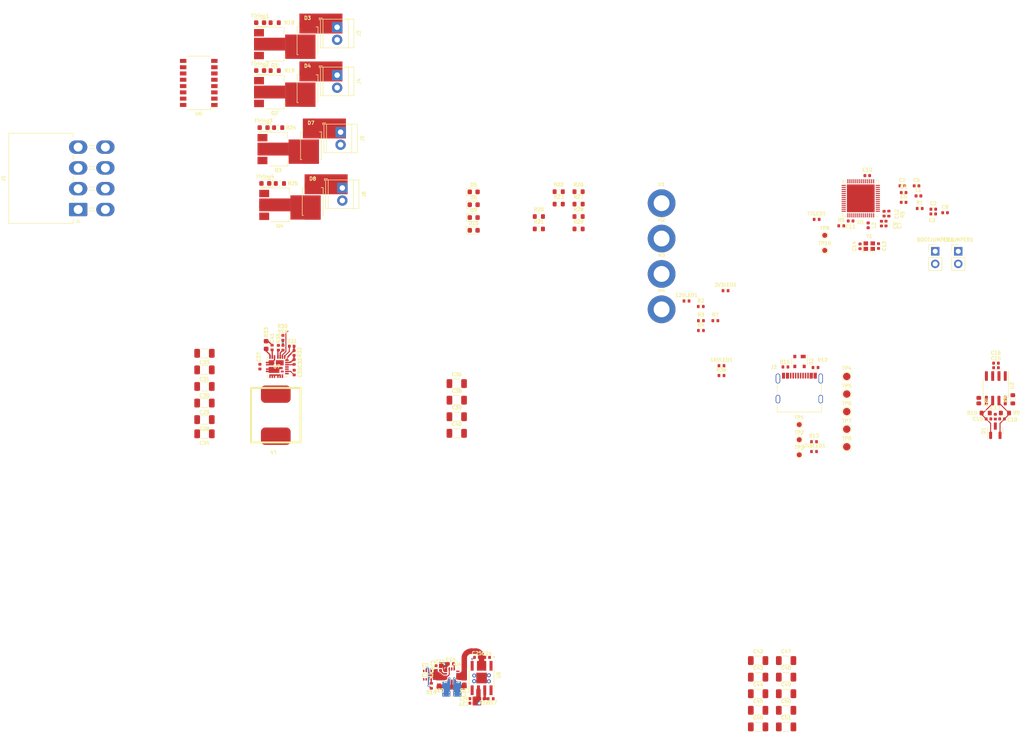
<source format=kicad_pcb>
(kicad_pcb (version 20221018) (generator pcbnew)
  (layers (0 "F.Cu" signal) (1 "In1.Cu" signal) (2 "In2.Cu" signal) (31 "B.Cu" signal) (34 "B.Paste" user) (35 "F.Paste" user) (36 "B.SilkS" user "B.Silkscreen") (37 "F.SilkS" user "F.Silkscreen") (38 "B.Mask" user) (39 "F.Mask" user) (44 "Edge.Cuts" user))
  (net 0 "")
  (net 1 "Net-(3V3LED1-A)")
  (net 2 "Net-(12VLED1-A)")
  (net 3 "VBUS")
  (net 4 "/Data+")
  (net 5 "/Data-")
  (net 6 "/CHIP_PU")
  (net 7 "GND")
  (net 8 "/CAN_RX")
  (net 9 "Net-(C6-Pad1)")
  (net 10 "Net-(C12-Pad1)")
  (net 11 "Net-(U1-LNA_IN{slash}RF)")
  (net 12 "Net-(U1-XTAL_N)")
  (net 13 "Net-(C14-Pad1)")
  (net 14 "Net-(JP1-B)")
  (net 15 "/CAN+")
  (net 16 "/CAN-")
  (net 17 "/Power/BBIN")
  (net 18 "/Power/BIAS")
  (net 19 "+3V3")
  (net 20 "/Power/BBOUT")
  (net 21 "+12V")
  (net 22 "/buckC/VDD")
  (net 23 "Net-(U7-V_DRV)")
  (net 24 "/buckC/BOOT")
  (net 25 "Net-(C41-Pad2)")
  (net 26 "Net-(J3-Pin_1)")
  (net 27 "Net-(D3-K)")
  (net 28 "Net-(J4-Pin_1)")
  (net 29 "Net-(D4-K)")
  (net 30 "Net-(D5-A)")
  (net 31 "Net-(D6-A)")
  (net 32 "Net-(J5-Pin_1)")
  (net 33 "Net-(D7-K)")
  (net 34 "Net-(J6-Pin_1)")
  (net 35 "Net-(D8-K)")
  (net 36 "Net-(D9-A)")
  (net 37 "Net-(D10-A)")
  (net 38 "Net-(Firing1-K)")
  (net 39 "Net-(Firing2-K)")
  (net 40 "Net-(Firing3-K)")
  (net 41 "/CAN_TX")
  (net 42 "/BOOT")
  (net 43 "Net-(Firing4-K)")
  (net 44 "RBUS_uC_V")
  (net 45 "Net-(J2-CC1)")
  (net 47 "Net-(J2-CC2)")
  (net 49 "/CAN-BUS/Vref")
  (net 50 "Net-(U1-XTAL_P)")
  (net 51 "/Power/LX1")
  (net 52 "/Power/LX2")
  (net 53 "/buckC/SW")
  (net 54 "Net-(TXLED1-A)")
  (net 55 "Net-(U1-U0TXD{slash}PROG{slash}GPIO43)")
  (net 56 "Net-(U2-Rs)")
  (net 57 "Net-(USBLED1-A)")
  (net 58 "/TXD")
  (net 59 "/RXD")
  (net 60 "Net-(U3-ST)")
  (net 61 "/Power/SEL")
  (net 62 "/Power/FBIn")
  (net 63 "Net-(R22-Pad1)")
  (net 64 "Net-(R23-Pad1)")
  (net 65 "Net-(R28-Pad1)")
  (net 66 "Net-(R29-Pad1)")
  (net 67 "/buckC/PGOOD")
  (net 68 "/buckC/FB")
  (net 69 "/buckC/PHASE")
  (net 70 "Net-(U7-MODE_2)")
  (net 71 "Net-(U7-_MODE_1)")
  (net 87 "/Nuke 1")
  (net 88 "/Nuke 3")
  (net 90 "/Cont 3")
  (net 92 "/Cont 1")
  (net 93 "/Cont 2")
  (net 94 "/Cont 4")
  (net 95 "/Nuke 4")
  (net 96 "/Nuke 2")
  (net 128 "/DeployV")
  (net 129 "Net-(16VLED1-A)")
  (footprint "Capacitor_SMD:C_0603_1608Metric" (layer "F.Cu") (at 128.183377 155.221856 -90)
    (fp_text reference "C21")
    (fp_text value "10uF")
  )
  (footprint "Connector_PinHeader_2.54mm:PinHeader_1x02_P2.54mm_Vertical" (layer "F.Cu") (at 228.33 68.245)
    (fp_text reference "BOOTJUMPER1")
    (fp_text value "Conn_01x02_Male")
  )
  (footprint "Resistor_SMD:R_0603_1608Metric" (layer "F.Cu") (at 96.03 54.54)
    (fp_text reference "R25")
    (fp_text value "120")
  )
  (footprint "Capacitor_SMD:C_0402_1005Metric" (layer "F.Cu") (at 95.725 87.72635 90)
    (fp_text reference "R35")
    (fp_text value "100k")
  )
  (footprint "LED_SMD:LED_0603_1608Metric" (layer "F.Cu") (at 135.15 61.42)
    (fp_text reference "D9")
    (fp_text value "Continuity")
  )
  (footprint "Resistor_SMD:R_0402_1005Metric" (layer "F.Cu") (at 203.86 106.71)
    (fp_text reference "R13")
    (fp_text value "470")
  )
  (footprint "Package_TO_SOT_SMD:TO-277B" (layer "F.Cu") (at 101.61 35.395)
    (fp_text reference "D4")
    (fp_text value "DST1550S")
  )
  (footprint "Capacitor_SMD:C_0402_1005Metric" (layer "F.Cu") (at 218.39 62.64 -90)
    (fp_text reference "C7")
    (fp_text value "1uF")
  )
  (footprint "Capacitor_SMD:C_0402_1005Metric" (layer "F.Cu") (at 221.95 58.35)
    (fp_text reference "C5")
    (fp_text value "0.1uF")
  )
  (footprint "Resistor_SMD:R_0402_1005Metric" (layer "F.Cu") (at 181.03 84.25)
    (fp_text reference "R4")
    (fp_text value "470")
  )
  (footprint "Resistor_SMD:R_0402_1005Metric" (layer "F.Cu") (at 209.36 63.1)
    (fp_text reference "R6")
    (fp_text value "499")
  )
  (footprint "Resistor_SMD:R_0402_1005Metric" (layer "F.Cu") (at 126.599 156.026 90)
    (fp_text reference "R14")
    (fp_text value "10k")
  )
  (footprint "Capacitor_SMD:C_1206_3216Metric" (layer "F.Cu") (at 80.8 92.2 180)
    (fp_text reference "C31")
    (fp_text value "47uF")
  )
  (footprint "Capacitor_SMD:C_0402_1005Metric" (layer "F.Cu") (at 218.01 60.64 90)
    (fp_text reference "C12")
    (fp_text value "4.2pF")
  )
  (footprint "Capacitor_SMD:C_1206_3216Metric" (layer "F.Cu") (at 192.575 150.925)
    (fp_text reference "C42")
    (fp_text value "DNP")
  )
  (footprint "Capacitor_SMD:C_0402_1005Metric" (layer "F.Cu") (at 96.635 85.71635 90)
    (fp_text reference "R30")
    (fp_text value "10k")
  )
  (footprint "Resistor_SMD:R_0402_1005Metric" (layer "F.Cu") (at 225.2 59.6)
    (fp_text reference "R1")
    (fp_text value "10K")
  )
  (footprint "Capacitor_SMD:C_0402_1005Metric" (layer "F.Cu") (at 240.598159 90.838788)
    (fp_text reference "C16")
    (fp_text value "10uF")
  )
  (footprint "Capacitor_SMD:C_0402_1005Metric" (layer "F.Cu") (at 98.415 87.41635 180)
    (fp_text reference "R31")
    (fp_text value "190k")
  )
  (footprint "Crystal:Crystal_SMD_2016-4Pin_2.0x1.6mm" (layer "F.Cu") (at 215.02 67.2)
    (fp_text reference "Y1")
    (fp_text value "40MHz±10ppm")
  )
  (footprint "Capacitor_SMD:C_1206_3216Metric" (layer "F.Cu") (at 80.8 95.55 180)
    (fp_text reference "C30")
    (fp_text value "47uF")
  )
  (footprint "Capacitor_SMD:C_1206_3216Metric" (layer "F.Cu") (at 80.8 88.85 180)
    (fp_text reference "C33")
    (fp_text value "47uF")
  )
  (footprint "TerminalBlock_TE-Connectivity:TerminalBlock_TE_282834-2_1x02_P2.54mm_Horizontal" (layer "F.Cu") (at 107.59 32.655 -90)
    (fp_text reference "J4")
    (fp_text value "Conn_01x02_Male")
  )
  (footprint "Capacitor_SMD:C_1206_3216Metric" (layer "F.Cu") (at 198.225 157.625)
    (fp_text reference "C49")
    (fp_text value "DNP")
  )
  (footprint "TerminalBlock_TE-Connectivity:TerminalBlock_TE_282834-2_1x02_P2.54mm_Horizontal" (layer "F.Cu") (at 108.285 44.175 -90)
    (fp_text reference "J5")
    (fp_text value "Conn_01x02_Male")
  )
  (footprint "Resistor_SMD:R_0603_1608Metric" (layer "F.Cu") (at 152.32 58.71)
    (fp_text reference "R23")
    (fp_text value "10k")
  )
  (footprint "Inductor_SMD:L_0402_1005Metric" (layer "F.Cu") (at 224.945 57.06)
    (fp_text reference "L1")
    (fp_text value "2.0nH")
  )
  (footprint "Capacitor_SMD:C_0402_1005Metric" (layer "F.Cu") (at 128.459 152.444 90)
    (fp_text reference "C22")
    (fp_text value "1uF")
  )
  (footprint "MountingHole:MountingHole_3.2mm_M3_DIN965_Pad" (layer "F.Cu") (at 173.09 65.67)
    (fp_text reference "H2")
    (fp_text value "MountingHole_Pad")
  )
  (footprint "Resistor_SMD:R_0603_1608Metric" (layer "F.Cu") (at 156.33 58.71)
    (fp_text reference "R27")
    (fp_text value "120")
  )
  (footprint "Inductor_SMD:L_0805_2012Metric" (layer "F.Cu") (at 130.726566 157.601961)
    (fp_text reference "L3")
    (fp_text value "1uH")
  )
  (footprint "Resistor_SMD:R_0402_1005Metric" (layer "F.Cu") (at 218.97 60.63 90)
    (fp_text reference "R5")
    (fp_text value "47.5")
  )
  (footprint "Capacitor_SMD:C_1206_3216Metric" (layer "F.Cu") (at 192.575 154.275)
    (fp_text reference "C43")
    (fp_text value "DNP")
  )
  (footprint "LED_SMD:LED_0603_1608Metric" (layer "F.Cu") (at 135.15 64.01)
    (fp_text reference "D10")
    (fp_text value "Continuity")
  )
  (footprint "Resistor_SMD:R_0402_1005Metric" (layer "F.Cu") (at 136.726285 158.634)
    (fp_text reference "R16")
    (fp_text value "56k")
  )
  (footprint "LED_SMD:LED_0603_1608Metric" (layer "F.Cu") (at 92.045 31.735 180)
    (fp_text reference "Firing2")
    (fp_text value "D531")
  )
  (footprint "Capacitor_SMD:C_0402_1005Metric" (layer "F.Cu") (at 94.45 87.68635 90)
    (fp_text reference "C41")
    (fp_text value "0.1uF")
  )
  (footprint "Capacitor_SMD:C_1206_3216Metric" (layer "F.Cu") (at 198.225 164.325)
    (fp_text reference "C51")
    (fp_text value "DNP")
  )
  (footprint "LED_SMD:LED_0603_1608Metric" (layer "F.Cu") (at 92.04 22.055 180)
    (fp_text reference "Firing1")
    (fp_text value "D511")
  )
  (footprint "Package_DFN_QFN:QFN-56-1EP_7x7mm_P0.4mm_EP5.6x5.6mm" (layer "F.Cu") (at 213.3 57.54 180)
    (fp_text reference "U1")
    (fp_text value "ESP32-S3")
  )
  (footprint "Package_TO_SOT_SMD:SOT-223" (layer "F.Cu") (at 96.01 58.87)
    (fp_text reference "Q4")
    (fp_text value "NCV8403")
  )
  (footprint "Resistor_SMD:R_0603_1608Metric" (layer "F.Cu") (at 148.31 61.22)
    (fp_text reference "R20")
    (fp_text value "120")
  )
  (footprint "Capacitor_SMD:C_0402_1005Metric" (layer "F.Cu") (at 227.94 59.74)
    (fp_text reference "C2")
    (fp_text value "1uF")
  )
  (footprint "Resistor_SMD:R_0603_1608Metric" (layer "F.Cu") (at 95.68 43.265)
    (fp_text reference "R24")
    (fp_text value "120")
  )
  (footprint "MountingHole:MountingHole_3.2mm_M3_DIN965_Pad" (layer "F.Cu") (at 173.09 58.52)
    (fp_text reference "H1")
    (fp_text value "MountingHole_Pad")
  )
  (footprint "Capacitor_SMD:C_1206_3216Metric" (layer "F.Cu") (at 80.805 105.12 180)
    (fp_text reference "C34")
    (fp_text value "47uF")
  )
  (footprint "Capacitor_SMD:C_0402_1005Metric" (layer "F.Cu") (at 137.878508 150.287814)
    (fp_text reference "C24")
    (fp_text value "10uF")
  )
  (footprint "LED_SMD:LED_0603_1608Metric" (layer "F.Cu") (at 92.74 43.255 180)
    (fp_text reference "Firing3")
    (fp_text value "D521")
  )
  (footprint "Capacitor_SMD:C_0402_1005Metric" (layer "F.Cu") (at 227.93 60.7)
    (fp_text reference "C3")
    (fp_text value "0.1uF")
  )
  (footprint "Capacitor_SMD:C_0402_1005Metric" (layer "F.Cu") (at 221.95 56.38)
    (fp_text reference "C4")
    (fp_text value "1uF")
  )
  (footprint "Capacitor_SMD:C_0402_1005Metric" (layer "F.Cu") (at 98.915 92.74635 -90)
    (fp_text reference "C35")
    (fp_text value "4.7uF")
  )
  (footprint "Resistor_SMD:R_0603_1608Metric" (layer "F.Cu") (at 152.32 56.2)
    (fp_text reference "R22")
    (fp_text value "10k")
  )
  (footprint "Inductor_SMD:L_0402_1005Metric" (layer "F.Cu") (at 214.79 63 -90)
    (fp_text reference "L2")
    (fp_text value "20nH")
  )
  (footprint "Resistor_SMD:R_0402_1005Metric" (layer "F.Cu") (at 198.09 91.61 180)
    (fp_text reference "R11")
    (fp_text value "5.1k")
  )
  (footprint "Capacitor_SMD:C_1206_3216Metric" (layer "F.Cu") (at 80.8 98.9 180)
    (fp_text reference "C29")
    (fp_text value "47uF")
  )
  (footprint "Resistor_SMD:R_0402_1005Metric" (layer "F.Cu") (at 130.539 151.584 180)
    (fp_text reference "R15")
    (fp_text value "14k")
  )
  (footprint "Resistor_SMD:R_0402_1005Metric" (layer "F.Cu") (at 185.18 93.34)
    (fp_text reference "R36")
    (fp_text value "3k")
  )
  (footprint "Resistor_SMD:R_0402_1005Metric" (layer "F.Cu") (at 204.4 61.8)
    (fp_text reference "TXLED1")
    (fp_text value "TX_LED")
  )
  (footprint "Capacitor_SMD:C_1206_3216Metric" (layer "F.Cu") (at 192.575 157.625)
    (fp_text reference "C44")
    (fp_text value "DNP")
  )
  (footprint "Resistor_SMD:R_0603_1608Metric" (layer "F.Cu") (at 156.33 61.22)
    (fp_text reference "R28")
    (fp_text value "10k")
  )
  (footprint "iclr:SmallerSolderJP" (layer "F.Cu") (at 237.125 98.685 -90)
    (fp_text reference "JP1")
    (fp_text value "TermJP")
  )
  (footprint "Capacitor_SMD:C_1206_3216Metric" (layer "F.Cu") (at 192.575 160.975)
    (fp_text reference "C45")
    (fp_text value "DNP")
  )
  (footprint "Package_TO_SOT_SMD:SOT-223" (layer "F.Cu") (at 95.66 47.595)
    (fp_text reference "Q3")
    (fp_text value "NCV8403")
  )
  (footprint "Resistor_SMD:R_0603_1608Metric" (layer "F.Cu") (at 94.985 31.745)
    (fp_text reference "R19")
    (fp_text value "120")
  )
  (footprint "TestPoint:TestPoint_Pad_D1.0mm" (layer "F.Cu") (at 206.03 68.07)
    (fp_text reference "TP10")
    (fp_text value "TestPoint")
  )
  (footprint "TerminalBlock_TE-Connectivity:TerminalBlock_TE_282834-2_1x02_P2.54mm_Horizontal" (layer "F.Cu") (at 108.635 55.45 -90)
    (fp_text reference "J6")
    (fp_text value "Conn_01x02_Male")
  )
  (footprint "Capacitor_SMD:C_0402_1005Metric" (layer "F.Cu") (at 221.69 55.02)
    (fp_text reference "C1")
    (fp_text value "10uF")
  )
  (footprint "Capacitor_SMD:C_0603_1608Metric" (layer "F.Cu") (at 133.254 155.034 -90)
    (fp_text reference "C23")
    (fp_text value "22uF")
  )
  (footprint "Capacitor_SMD:C_0402_1005Metric" (layer "F.Cu") (at 134.879 159.544)
    (fp_text reference "C27")
    (fp_text value "0.1uF")
  )
  (footprint "Resistor_SMD:R_0402_1005Metric" (layer "F.Cu") (at 138.586285 158.634)
    (fp_text reference "R17")
    (fp_text value "10k")
  )
  (footprint "Capacitor_SMD:C_1206_3216Metric" (layer "F.Cu") (at 80.8 102.25 180)
    (fp_text reference "C28")
    (fp_text value "47uF")
  )
  (footprint "MountingHole:MountingHole_3.2mm_M3_DIN965_Pad" (layer "F.Cu") (at 173.09 72.82)
    (fp_text reference "H3")
    (fp_text value "MountingHole_Pad")
  )
  (footprint "Resistor_SMD:R_0402_1005Metric" (layer "F.Cu") (at 183.94 82.26)
    (fp_text reference "R7")
    (fp_text value "3k")
  )
  (footprint "Capacitor_SMD:C_0402_1005Metric" (layer "F.Cu") (at 230.32 60.45)
    (fp_text reference "C8")
    (fp_text value "0.1uF")
  )
  (footprint "Package_TO_SOT_SMD:TO-277B" (layer "F.Cu") (at 102.655 58.19)
    (fp_text reference "D8")
    (fp_text value "DST1550S")
  )
  (footprint "iclr:SiC437BEDT1GE3" (layer "F.Cu") (at 95.469 91.60035)
    (fp_text reference "U7")
    (fp_text value "SiC431" hide)
  )
  (footprint "Capacitor_SMD:C_0402_1005Metric" (layer "F.Cu") (at 240.459659 101.655 -90)
    (fp_text reference "C17")
    (fp_text value "47nF")
  )
  (footprint "Package_TO_SOT_SMD:TO-277B" (layer "F.Cu") (at 102.305 46.915)
    (fp_text reference "D7")
    (fp_text value "DST1550S")
  )
  (footprint "Capacitor_SMD:C_1206_3216Metric" (layer "F.Cu") (at 198.225 154.275)
    (fp_text reference "C48")
    (fp_text value "DNP")
  )
  (footprint "Package_TO_SOT_SMD:SOT-143" (layer "F.Cu") (at 200.93 90.5 -90)
    (fp_text reference "D2")
    (fp_text value "SP0503BAHT")
  )
  (footprint "Capacitor_SMD:C_1206_3216Metric" (layer "F.Cu") (at 131.73 101.67)
    (fp_text reference "C39")
    (fp_text value "47uF")
  )
  (footprint "Resistor_SMD:R_0402_1005Metric" (layer "F.Cu") (at 181 79.4)
    (fp_text reference "R2")
    (fp_text value "470")
  )
  (footprint "Resistor_SMD:R_0603_1608Metric" (layer "F.Cu") (at 242.409659 100.915 180)
    (fp_text reference "R9")
    (fp_text value "60")
  )
  (footprint "Capacitor_SMD:C_0402_1005Metric" (layer "F.Cu") (at 211.25 62.12 180)
    (fp_text reference "C11")
    (fp_text value "0.1uF")
  )
  (footprint "Resistor_SMD:R_0603_1608Metric" (layer "F.Cu") (at 243.995 98.145 90)
    (fp_text reference "R8")
    (fp_text value "0")
  )
  (footprint "Resistor_SMD:R_0603_1608Metric" (layer "F.Cu") (at 156.33 56.2)
    (fp_text reference "R26")
    (fp_text value "120")
  )
  (footprint "Capacitor_SMD:C_1206_3216Metric" (layer "F.Cu") (at 131.73 98.32)
    (fp_text reference "C38")
    (fp_text value "47uF")
  )
  (footprint "LED_SMD:LED_0603_1608Metric" (layer "F.Cu") (at 135.15 58.83)
    (fp_text reference "D6")
    (fp_text value "Continuity")
  )
  (footprint "Resistor_SMD:R_0402_1005Metric" (layer "F.Cu") (at 204.16 91.72 180)
    (fp_text reference "R12")
    (fp_text value "5.1k")
  )
  (footprint "Package_SO:SOP-16_4.4x10.4mm_P1.27mm" (layer "F.Cu") (at 79.65 34.23 180)
    (fp_text reference "U6")
    (fp_text value "LTV-247")
  )
  (footprint "Resistor_SMD:R_0603_1608Metric" (layer "F.Cu") (at 238.519659 100.915 180)
    (fp_text reference "R10")
    (fp_text value "60")
  )
  (footprint "TestPoint:TestPoint_Pad_D1.5mm" (layer "F.Cu") (at 210.47 93.53)
    (fp_text reference "TP4")
    (fp_text value "TestPoint")
  )
  (footprint "Capacitor_SMD:C_0402_1005Metric" (layer "F.Cu") (at 214.61 52.95)
    (fp_text reference "C10")
    (fp_text value "0.1uF")
  )
  (footprint "iclr:SOIC127P599X175-9N" (layer "F.Cu") (at 136.748508 154.452814 -90)
    (fp_text reference "U5")
    (fp_text value "SC4215")
  )
  (footprint "Resistor_SMD:R_0402_1005Metric" (layer "F.Cu") (at 185.18 91.35)
    (fp_text reference "16VLED1")
    (fp_text value "16V_LED")
  )
  (footprint "Package_TO_SOT_SMD:SOT-23" (layer "F.Cu") (at 240.465 104.488529 90)
    (fp_text reference "D1")
    (fp_text value "SM712_SOT23")
  )
  (footprint "Capacitor_SMD:C_0402_1005Metric" (layer "F.Cu") (at 216.88 67.18 -90)
    (fp_text reference "C13")
    (fp_text value "C")
  )
  (footprint "Capacitor_SMD:C_0402_1005Metric" (layer "F.Cu") (at 224.56 55.02)
    (fp_text reference "C6")
    (fp_text value "0.1uF")
  )
  (footprint "Capacitor_SMD:C_0402_1005Metric" (layer "F.Cu") (at 213.15 67.24 90)
    (fp_text reference "C14")
    (fp_text value "C")
  )
  (footprint "Package_SO:SOIC-8_3.9x4.9mm_P1.27mm" (layer "F.Cu") (at 240.565 95.925 -90)
    (fp_text reference "U2")
    (fp_text value "SN65HVD230")
  )
  (footprint "Resistor_SMD:R_0603_1608Metric" (layer "F.Cu") (at 156.33 63.73)
    (fp_text reference "R29")
    (fp_text value "10k")
  )
  (footprint "iclr:SOTFL50P160X60-8N" (layer "F.Cu") (at 125.819 153.876 -90)
    (fp_text reference "U3")
    (fp_text value "LM66200DRLR" hide)
  )
  (footprint "Capacitor_SMD:C_0402_1005Metric" (layer "F.Cu") (at 134.879 158.624)
    (fp_text reference "C26")
    (fp_text value "10uF")
  )
  (footprint "Capacitor_SMD:C_0402_1005Metric" (layer "F.Cu") (at 96.648913 87.730433 90)
    (fp_text reference "R34")
    (fp_text value "200k")
  )
  (footprint "Capacitor_SMD:C_1206_3216Metric" (layer "F.Cu") (at 131.73 94.97)
    (fp_text reference "C36")
    (fp_text value "47uF")
  )
  (footprint "Resistor_SMD:R_0402_1005Metric" (layer "F.Cu") (at 203.86 108.7)
    (fp_text reference "USBLED1")
    (fp_text value "USB_LED")
  )
  (footprint "LED_SMD:LED_0603_1608Metric" (layer "F.Cu") (at 135.15 56.24)
    (fp_text reference "D5")
    (fp_text value "Continuity")
  )
  (footprint "Capacitor_SMD:C_0402_1005Metric" (layer "F.Cu") (at 241.829659 102.105)
    (fp_text reference "C18")
    (fp_text value "220pF")
  )
  (footprint "Resistor_SMD:R_0402_1005Metric" (layer "F.Cu") (at 178.12 78.28)
    (fp_text reference "12VLED1")
    (fp_text value "12V_LED")
  )
  (footprint "iclr:MGAH1004R68M-10" (layer "F.Cu") (at 100.2 106.85635 180)
    (fp_text reference "L4")
    (fp_text value "680nH")
  )
  (footprint "Resistor_SMD:R_0402_1005Metric" (layer "F.Cu") (at 186 76.2)
    (fp_text reference "3V3LED1")
    (fp_text value "3V3LED")
  )
  (footprint "Connector_USB:USB_C_Receptacle_Palconn_UTC16-G" (layer "F.Cu") (at 200.9 95.87)
    (fp_text reference "J2")
    (fp_text value "USB_C_Receptacle_USB2.0")
  )
  (footprint "TestPoint:TestPoint_Pad_D1.0mm" (layer "F.Cu") (at 200.88 106.31)
    (fp_text reference "TP2")
    (fp_text value "TestPoint")
  )
  (footprint "Connector_Molex:Molex_Mini-Fit_Jr_5569-08A2_2x04_P4.20mm_Horizontal" (layer "F.Cu") (at 55.3 59.8 90)
    (fp_text reference "J1")
    (fp_text value "RBUS")
  )
  (footprint "Resistor_SMD:R_0402_1005Metric" (layer "F.Cu") (at 181.03 82.26)
    (fp_text reference "R3")
    (fp_text value "10K")
  )
  (footprint "Capacitor_SMD:C_0402_1005Metric" (layer "F.Cu") (at 239.084977 102.105787 180)
    (fp_text reference "C19")
    (fp_text value "220pF")
  )
  (footprint "Capacitor_SMD:C_0402_1005Metric" (layer "F.Cu") (at 98.885 88.78635 90)
    (fp_text reference "R32")
    (fp_text value "10k")
  )
  (footprint "TestPoint:TestPoint_Pad_D1.5mm" (layer "F.Cu") (at 210.47 107.73)
    (fp_text reference "TP8")
    (fp_text value "TestPoint")
  )
  (footprint "Capacitor_SMD:C_0603_1608Metric" (layer "F.Cu") (at 93.25 87.18135 90)
    (fp_text reference "R33")
    (fp_text value "2.2")
  )
  (footprint "Resistor_SMD:R_0603_1608Metric" (layer "F.Cu") (at 94.98 22.065)
    (fp_text reference "R18")
    (fp_text value "120")
  )
  (footprint "Capacitor_SMD:C_1206_3216Metric" (layer "F.Cu") (at 198.225 160.975)
    (fp_text reference "C50")
    (fp_text value "DNP")
  )
  (footprint "Capacitor_SMD:C_0402_1005Metric" (layer "F.Cu") (at 98.9 90.60635 -90)
    (fp_text reference "C32")
    (fp_text value "1uF")
  )
  (footprint "Resistor_SMD:R_0603_1608Metric" (layer "F.Cu") (at 148.31 63.73)
    (fp_text reference "R21")
    (fp_text value "120")
  )
  (footprint "TestPoint:TestPoint_Pad_D1.5mm" (layer "F.Cu") (at 210.47 104.18)
    (fp_text reference "TP7")
    (fp_text value "TestPoint")
  )
  (footprint "TestPoint:TestPoint_Pad_D1.0mm" (layer "F.Cu") (at 200.88 103.26)
    (fp_text reference "TP1")
    (fp_text value "TestPoint")
  )
  (footprint "Package_TO_SOT_SMD:TO-277B" (layer "F.Cu") (at 101.605 25.715)
    (fp_text reference "D3")
    (fp_text value "DST1550S")
  )
  (footprint "TestPoint:TestPoint_Pad_D1.5mm" (layer "F.Cu") (at 210.47 100.63)
    (fp_text reference "TP6")
    (fp_text value "TestPoint")
  )
  (footprint "Capacitor_SMD:C_0402_1005Metric" (layer "F.Cu") (at 135.799 150.284 180)
    (fp_text reference "C25")
    (fp_text value "4.7uF")
  )
  (footprint "MountingHole:MountingHole_3.2mm_M3_DIN965_Pad" (layer "F.Cu") (at 173.09 79.97)
    (fp_text reference "H4")
    (fp_text value "MountingHole_Pad")
  )
  (footprint "Capacitor_SMD:C_1206_3216Metric" (layer "F.Cu") (at 198.225 150.925)
    (fp_text reference "C47")
    (fp_text value "DNP")
  )
  (footprint "TestPoint:TestPoint_Pad_D1.5mm" (layer "F.Cu") (at 210.47 97.08)
    (fp_text reference "TP5")
    (fp_text value "TestPoint")
  )
  (footprint "LED_SMD:LED_0603_1608Metric" (layer "F.Cu") (at 93.09 54.53 180)
    (fp_text reference "Firing4")
    (fp_text value "D541")
  )
  (footprint "Capacitor_SMD:C_0402_1005Metric" (layer "F.Cu") (at 91.995 91.54635 -90)
    (fp_text reference "C37")
    (fp_text value "100nF")
  )
  (footprint "Capacitor_SMD:C_0402_1005Metric" (layer "F.Cu") (at 217.47 62.65 -90)
    (fp_text reference "C9")
    (fp_text value "10nF")
  )
  (footprint "TestPoint:TestPoint_Pad_D1.0mm" (layer "F.Cu") (at 206.03 65.02)
    (fp_text reference "TP9")
    (fp_text value "TestPoint")
  )
  (footprint "Connector_PinHeader_2.54mm:PinHeader_1x02_P2.54mm_Vertical" (layer "F.Cu") (at 232.98 68.245)
    (fp_text reference "ENJUMPER1")
    (fp_text value "Conn_01x02_Male")
  )
  (footprint "Capacitor_SMD:C_0402_1005Metric" (layer "F.Cu") (at 240.601812 91.762981)
    (fp_text reference "C15")
    (fp_text value "100nF")
  )
  (footprint "iclr:CONV_MAX77827AEFD+T" (layer "F.Cu") (at 130.721926 153.854 -90)
    (fp_text reference "U4")
    (fp_text value "MAX77827AEFD+T")
  )
  (footprint "Package_TO_SOT_SMD:SOT-223" (layer "F.Cu") (at 94.965 36.075)
    (fp_text reference "Q2")
    (fp_text value "NCV8403")
  )
  (footprint "TestPoint:TestPoint_Pad_D1.0mm" (layer "F.Cu") (at 200.88 109.36)
    (fp_text reference "TP3")
    (fp_text value "TestPoint")
  )
  (footprint "Capacitor_SMD:C_1206_3216Metric" (layer "F.Cu") (at 192.575 164.325)
    (fp_text reference "C46")
    (fp_text value "DNP")
  )
  (footprint "TerminalBlock_TE-Connectivity:TerminalBlock_TE_282834-2_1x02_P2.54mm_Horizontal" (layer "F.Cu") (at 107.585 22.975 -90)
    (fp_text reference "J3")
    (fp_text value "Conn_01x02_Male")
  )
  (footprint "Capacitor_SMD:C_1206_3216Metric" (layer "F.Cu") (at 131.73 105.02)
    (fp_text reference "C40")
    (fp_text value "47uF")
  )
  (footprint "Package_TO_SOT_SMD:SOT-223" (layer "F.Cu") (at 94.96 26.395)
    (fp_text reference "Q1")
    (fp_text value "NCV8403")
  )
  (footprint "Capacitor_SMD:C_0402_1005Metric" (layer "F.Cu") (at 127.539 152.444 90)
    (fp_text reference "C20")
    (fp_text value "10uF")
  )
  (segment (start 126.599 156.536) (end 126.657 156.536) (width 0.25) (layer "F.Cu") (net 3))
  (segment (start 126.029 156.024) (end 126.087 156.024) (width 0.25) (layer "F.Cu") (net 3))
  (segment (start 125.569 153.038) (end 125.569 152.650917) (width 0.25) (layer "F.Cu") (net 3))
  (segment (start 125.569 152.650917) (end 125.811084 152.408833) (width 0.25) (layer "F.Cu") (net 3))
  (segment (start 126.087 156.024) (end 126.599 156.536) (width 0.25) (layer "F.Cu") (net 3))
  (via (at 125.811084 152.408833) (size 0.4) (drill 0.2) (layers "F.Cu" "B.Cu") (net 3))
  (via (at 126.029 156.024) (size 0.4) (drill 0.2) (layers "F.Cu" "B.Cu") (net 3))
  (segment (start 126.029 152.626749) (end 125.811084 152.408833) (width 0.25) (layer "B.Cu") (net 3))
  (segment (start 126.029 156.024) (end 126.029 152.626749) (width 0.25) (layer "B.Cu") (net 3))
  (segment (start 98.885 89.26635) (end 98.885 90.090137) (width 0.3) (layer "F.Cu") (net 7))
  (segment (start 130.719705 154.95339) (end 130.719705 156.085165) (width 0.36) (layer "F.Cu") (net 7))
  (segment (start 130.721926 156.085775) (end 130.713701 156.094) (width 0.25) (layer "F.Cu") (net 7))
  (segment (start 97.45 90.70635) (end 97.730026 90.70635) (width 0.3) (layer "F.Cu") (net 7))
  (segment (start 133.25 156.275) (end 133.267 156.258) (width 1) (layer "F.Cu") (net 7))
  (segment (start 98.575 90.35635) (end 98.737825 90.193525) (width 0.3) (layer "F.Cu") (net 7))
  (segment (start 126.569 153.038) (end 126.569 152.594) (width 0.25) (layer "F.Cu") (net 7))
  (segment (start 128.131537 156.275) (end 133.25 156.275) (width 1) (layer "F.Cu") (net 7))
  (via (at 138.218508 153.897814) (size 0.8) (drill 0.4) (layers "F.Cu" "B.Cu") (net 7))
  (via (at 129.231 151.673) (size 0.6) (drill 0.3) (layers "F.Cu" "B.Cu") (net 7))
  (via (at 134.859 150.594) (size 0.4) (drill 0.2) (layers "F.Cu" "B.Cu") (net 7))
  (via (at 135.258508 155.087814) (size 0.8) (drill 0.4) (layers "F.Cu" "B.Cu") (net 7))
  (via (at 126.569 152.594) (size 0.4) (drill 0.2) (layers "F.Cu" "B.Cu") (net 7))
  (via (at 135.258508 153.947814) (size 0.8) (drill 0.4) (layers "F.Cu" "B.Cu") (net 7))
  (via (at 135.258508 155.087814) (size 0.8) (drill 0.4) (layers "F.Cu" "B.Cu") (net 7))
  (via (at 138.218508 155.117814) (size 0.8) (drill 0.4) (layers "F.Cu" "B.Cu") (net 7))
  (arc (start 98.885 90.090137) (mid 98.888898 90.109735) (end 98.9 90.12635) (width 0.3) (layer "F.Cu") (net 7))
  (arc (start 97.730026 90.70635) (mid 98.187322 90.615388) (end 98.575 90.35635) (width 0.3) (layer "F.Cu") (net 7))
  (arc (start 98.737825 90.193525) (mid 98.812231 90.143808) (end 98.9 90.12635) (width 0.3) (layer "F.Cu") (net 7))
  (segment (start 241.2 98.4) (end 241.2 98.880341) (width 0.2) (layer "F.Cu") (net 15))
  (segment (start 241.989659 102.425) (end 243.234659 101.18) (width 0.2) (layer "F.Cu") (net 15))
  (segment (start 241.989659 102.425) (end 242.309659 102.105) (width 0.2) (layer "F.Cu") (net 15))
  (segment (start 241.415 102.999659) (end 241.989659 102.425) (width 0.2) (layer "F.Cu") (net 15))
  (segment (start 241.415 105.426029) (end 241.415 102.999659) (width 0.2) (layer "F.Cu") (net 15))
  (segment (start 243.234659 101.18) (end 243.234659 100.915) (width 0.2) (layer "F.Cu") (net 15))
  (segment (start 241.2 98.880341) (end 243.234659 100.915) (width 0.2) (layer "F.Cu") (net 15))
  (segment (start 237.694659 101.195469) (end 238.604977 102.105787) (width 0.2) (layer "F.Cu") (net 16))
  (segment (start 237.694659 100.915) (end 237.694659 101.195469) (width 0.2) (layer "F.Cu") (net 16))
  (segment (start 239.515 105.426029) (end 239.515 103.01581) (width 0.2) (layer "F.Cu") (net 16))
  (segment (start 239.515 103.01581) (end 238.604977 102.105787) (width 0.2) (layer "F.Cu") (net 16))
  (segment (start 237.985 100.915) (end 237.694659 100.915) (width 0.2) (layer "F.Cu") (net 16))
  (segment (start 239.93 98.97) (end 237.985 100.915) (width 0.2) (layer "F.Cu") (net 16))
  (segment (start 239.93 98.4) (end 239.93 98.97) (width 0.2) (layer "F.Cu") (net 16))
  (segment (start 130.221926 152.554) (end 130.221926 153.621373) (width 0.2) (layer "F.Cu") (net 17))
  (segment (start 130.109 153.894) (end 130.061132 153.941868) (width 0.2) (layer "F.Cu") (net 17))
  (segment (start 126.069 153.038) (end 126.069 154.714) (width 0.25) (layer "F.Cu") (net 17))
  (arc (start 130.221926 153.621373) (mid 130.192577 153.768918) (end 130.109 153.894) (width 0.2) (layer "F.Cu") (net 17))
  (arc (start 130.061132 153.941868) (mid 129.826163 154.098869) (end 129.549 154.154) (width 0.2) (layer "F.Cu") (net 17))
  (segment (start 128.459 153.017764) (end 128.440882 153.035882) (width 0.25) (layer "F.Cu") (net 18))
  (segment (start 128.459 152.924) (end 128.459 153.017764) (width 0.25) (layer "F.Cu") (net 18))
  (segment (start 128.440882 153.035882) (end 129.017118 153.612118) (width 0.31) (layer "F.Cu") (net 18))
  (segment (start 129.017118 153.612118) (end 129.503808 153.612118) (width 0.31) (layer "F.Cu") (net 18))
  (segment (start 136.113508 156.922814) (end 136.113508 158.531223) (width 0.9) (layer "F.Cu") (net 19))
  (via (at 136.244 159.559) (size 0.8) (drill 0.4) (layers "F.Cu" "B.Cu") (net 19))
  (segment (start 137.383508 151.982814) (end 136.113508 151.982814) (width 0.25) (layer "F.Cu") (net 20))
  (segment (start 134.730396 149.009) (end 135.61265 149.009) (width 1.1) (layer "F.Cu") (net 20))
  (segment (start 136.744 150.14035) (end 136.744 152.434) (width 1.1) (layer "F.Cu") (net 20))
  (segment (start 133.254 154.259) (end 133.254 150.400543) (width 1.1) (layer "F.Cu") (net 20))
  (arc (start 133.254 150.400543) (mid 133.355358 149.890984) (end 133.644 149.459) (width 1.1) (layer "F.Cu") (net 20))
  (arc (start 133.644 149.459) (mid 134.142442 149.125951) (end 134.730396 149.009) (width 1.1) (layer "F.Cu") (net 20))
  (arc (start 135.61265 149.009) (mid 136.412635 149.340365) (end 136.744 150.14035) (width 1.1) (layer "F.Cu") (net 20))
  (segment (start 96.988 89.42335) (end 97.935 88.47635) (width 0.2) (layer "F.Cu") (net 21))
  (segment (start 97.935 88.47635) (end 97.935 87.41635) (width 0.2) (layer "F.Cu") (net 21))
  (segment (start 96.988 89.59435) (end 96.988 89.42335) (width 0.2) (layer "F.Cu") (net 21))
  (segment (start 96.635 86.19635) (end 96.635 87.23652) (width 0.4) (layer "F.Cu") (net 22))
  (segment (start 96.635 87.23652) (end 96.648913 87.250433) (width 0.2) (layer "F.Cu") (net 22))
  (segment (start 98.83 91.15635) (end 98.9 91.08635) (width 0.2) (layer "F.Cu") (net 22))
  (segment (start 97.45 91.15635) (end 98.83 91.15635) (width 0.2) (layer "F.Cu") (net 22))
  (via (at 96.645 86.72635) (size 0.45) (drill 0.2) (layers "F.Cu" "B.Cu") (net 22))
  (segment (start 97.45 92.50635) (end 98.195 92.50635) (width 0.2) (layer "F.Cu") (net 23))
  (segment (start 98.195 92.50635) (end 98.915 93.22635) (width 0.2) (layer "F.Cu") (net 23))
  (segment (start 94.488 88.20435) (end 94.45 88.16635) (width 0.25) (layer "F.Cu") (net 24))
  (segment (start 94.488 89.59435) (end 94.488 88.20435) (width 0.25) (layer "F.Cu") (net 24))
  (segment (start 93.65 86.40635) (end 94.45 87.20635) (width 0.25) (layer "F.Cu") (net 25))
  (segment (start 93.25 86.40635) (end 93.65 86.40635) (width 0.25) (layer "F.Cu") (net 25))
  (via (at 130.225 157.897) (size 0.4) (drill 0.2) (layers "F.Cu" "B.Cu") (net 51))
  (via (at 130.205814 154.549278) (size 0.4) (drill 0.2) (layers "F.Cu" "B.Cu") (net 51))
  (via (at 129.027 157.37) (size 0.4) (drill 0.2) (layers "F.Cu" "B.Cu") (net 51))
  (via (at 130.223 157.399) (size 0.4) (drill 0.2) (layers "F.Cu" "B.Cu") (net 51))
  (via (at 129.692 155.366) (size 0.4) (drill 0.2) (layers "F.Cu" "B.Cu") (net 51))
  (via (at 129.291475 155.364596) (size 0.4) (drill 0.2) (layers "F.Cu" "B.Cu") (net 51))
  (via (at 129.026 157.865) (size 0.4) (drill 0.2) (layers "F.Cu" "B.Cu") (net 51))
  (via (at 132.426566 157.944) (size 0.4) (drill 0.2) (layers "F.Cu" "B.Cu") (net 52))
  (via (at 132.157 155.366) (size 0.4) (drill 0.2) (layers "F.Cu" "B.Cu") (net 52))
  (via (at 131.759 155.364) (size 0.4) (drill 0.2) (layers "F.Cu" "B.Cu") (net 52))
  (via (at 132.426 157.471) (size 0.4) (drill 0.2) (layers "F.Cu" "B.Cu") (net 52))
  (via (at 131.232 157.45) (size 0.4) (drill 0.2) (layers "F.Cu" "B.Cu") (net 52))
  (via (at 131.238778 154.557517) (size 0.4) (drill 0.2) (layers "F.Cu" "B.Cu") (net 52))
  (via (at 131.233 157.88) (size 0.4) (drill 0.2) (layers "F.Cu" "B.Cu") (net 52))
  (segment (start 126.569 154.714) (end 126.569 155.486) (width 0.25) (layer "F.Cu") (net 60))
  (segment (start 126.569 155.486) (end 126.599 155.516) (width 0.25) (layer "F.Cu") (net 60))
  (segment (start 131.221926 152.554) (end 131.221926 152.00148) (width 0.2) (layer "F.Cu") (net 61))
  (arc (start 131.221926 152.00148) (mid 131.176984 151.775541) (end 131.049 151.584) (width 0.2) (layer "F.Cu") (net 61))
  (segment (start 137.383508 156.922814) (end 137.383508 158.486777) (width 0.5) (layer "F.Cu") (net 62))
  (segment (start 137.383508 158.486777) (end 137.236285 158.634) (width 0.25) (layer "F.Cu") (net 62))
  (segment (start 137.236285 158.634) (end 138.076285 158.634) (width 0.5) (layer "F.Cu") (net 62))
  (segment (start 98.885 87.42635) (end 98.895 87.41635) (width 0.3) (layer "F.Cu") (net 68))
  (segment (start 98.885 88.30635) (end 98.885 87.42635) (width 0.3) (layer "F.Cu") (net 68))
  (segment (start 97.81416 89.37719) (end 98.885 88.30635) (width 0.3) (layer "F.Cu") (net 68))
  (arc (start 97.45 90.25635) (mid 97.544642 89.780552) (end 97.81416 89.37719) (width 0.3) (layer "F.Cu") (net 68))
  (segment (start 94.038 89.16935) (end 93.25 88.38135) (width 0.25) (layer "F.Cu") (net 69))
  (segment (start 94.038 89.59435) (end 94.038 89.16935) (width 0.25) (layer "F.Cu") (net 69))
  (segment (start 93.25 88.38135) (end 93.25 87.95635) (width 0.25) (layer "F.Cu") (net 69))
  (segment (start 96.088 89.59435) (end 96.088 88.771346) (width 0.25) (layer "F.Cu") (net 70))
  (segment (start 96.088 88.771346) (end 96.648913 88.210433) (width 0.25) (layer "F.Cu") (net 70))
  (segment (start 95.638 89.59435) (end 95.638 88.29335) (width 0.25) (layer "F.Cu") (net 71))
  (segment (start 95.638 88.29335) (end 95.725 88.20635) (width 0.25) (layer "F.Cu") (net 71))
  (segment (start 97.235 88.49635) (end 97.235 84.79635) (width 0.2) (layer "F.Cu") (net 128))
  (segment (start 97.235 84.79635) (end 97.655 84.37635) (width 0.2) (layer "F.Cu") (net 128))
  (segment (start 96.538 89.19335) (end 97.235 88.49635) (width 0.2) (layer "F.Cu") (net 128))
  (segment (start 94.938 89.59435) (end 94.938 90.18135) (width 0.25) (layer "F.Cu") (net 128))
  (segment (start 94.938 90.18135) (end 94.338 90.78135) (width 0.25) (layer "F.Cu") (net 128))
  (segment (start 96.538 89.59435) (end 96.538 89.19335) (width 0.2) (layer "F.Cu") (net 128))
  (zone (net 7) (net_name "GND") (layer "F.Cu") (priority 5) (connect_pads yes (clearance 0.2)) (min_thickness 0.254) (fill yes (thermal_gap 0.508) (thermal_bridge_width 0.508) (smoothing fillet) (radius 0.1) (island_removal_mode 2) (island_area_min 0))
    (polygon (pts (xy 130.309 151.834) (xy 129.809 152.214) (xy 129.809 153.274) (xy 129.1815 153.2615) (xy 128.794 152.759) (xy 128.149 152.764) (xy 128.149 151.254) (xy 130.309 151.254)))
  )
  (zone (net 52) (net_name "/Power/LX2") (layer "F.Cu") (priority 1) (connect_pads yes (clearance 0)) (min_thickness 0.254) (fill yes (thermal_gap 0.508) (thermal_bridge_width 0.508) (smoothing fillet) (radius 0.1))
    (polygon (pts (xy 132.370467 155.564398) (xy 131.192026 155.565398) (xy 131.192 155.163) (xy 132.369 155.163)))
  )
  (zone (net 35) (net_name "Net-(D8-K)") (layer "F.Cu") (priority 2) (connect_pads yes (clearance 0.127)) (min_thickness 0.127) (fill yes (thermal_gap 0.508) (thermal_bridge_width 0.508))
    (polygon (pts (xy 91.86 60.17) (xy 91.86 57.57) (xy 98.36 57.57) (xy 98.36 60.17)))
  )
  (zone (net 26) (net_name "Net-(J3-Pin_1)") (layer "F.Cu") (priority 555) (connect_pads yes (clearance 0.127)) (min_thickness 0.127) (fill yes (thermal_gap 0.508) (thermal_bridge_width 0.508))
    (polygon (pts (xy 108.66 24.245) (xy 99.965 24.245) (xy 99.965 20.22) (xy 108.66 20.22)))
  )
  (zone (net 17) (net_name "/Power/BBIN") (layer "F.Cu") (priority 1) (connect_pads yes (clearance 0.2)) (min_thickness 0.254) (fill yes (thermal_gap 0.508) (thermal_bridge_width 0.508))
    (polygon (pts (xy 128.499 154.836) (xy 125.999 154.836) (xy 125.999 152.636) (xy 128.499 152.636)))
  )
  (zone (net 29) (net_name "Net-(D4-K)") (layer "F.Cu") (priority 2) (connect_pads yes (clearance 0.127)) (min_thickness 0.127) (fill yes (thermal_gap 0.508) (thermal_bridge_width 0.508))
    (polygon (pts (xy 90.815 37.375) (xy 90.815 34.775) (xy 97.315 34.775) (xy 97.315 37.375)))
  )
  (zone (net 17) (net_name "/Power/BBIN") (layer "F.Cu") (connect_pads (clearance 0.2)) (min_thickness 0.254) (fill yes (thermal_gap 0.508) (thermal_bridge_width 0.508))
    (polygon (pts (xy 129.799647 154.758922) (xy 129.676927 154.758922) (xy 129.166541 154.756641) (xy 129.166541 153.948182) (xy 129.799646 153.948182)))
  )
  (zone (net 0) (net_name "") (layer "F.Cu") (name "gnda connection override") (connect_pads yes (clearance 0)) (min_thickness 0.254)
    (keepout (tracks not_allowed) (vias not_allowed) (pads not_allowed) (copperpour not_allowed) (footprints allowed))
    (fill (thermal_gap 0.508) (thermal_bridge_width 0.508) (island_removal_mode 2) (island_area_min 0))
    (polygon (pts (xy 130.308444 151.253895) (xy 128.148127 151.253894) (xy 128.148127 151.003894) (xy 130.308444 151.003895)))
  )
  (zone (net 27) (net_name "Net-(D3-K)") (layer "F.Cu") (priority 555) (connect_pads yes (clearance 0.127)) (min_thickness 0.127) (fill yes (thermal_gap 0.508) (thermal_bridge_width 0.508))
    (polygon (pts (xy 103.205 29.365) (xy 97.105 29.365) (xy 97.105 24.465) (xy 103.205 24.465)))
  )
  (zone (net 20) (net_name "/Power/BBOUT") (layer "F.Cu") (priority 1) (connect_pads yes (clearance 0)) (min_thickness 0.254) (fill yes (thermal_gap 0.508) (thermal_bridge_width 0.508) (smoothing fillet) (radius 0.1))
    (polygon (pts (xy 133.801883 153.106002) (xy 133.802174 153.493475) (xy 132.241291 153.503473) (xy 132.689 153.104)))
  )
  (zone (net 27) (net_name "Net-(D3-K)") (layer "F.Cu") (priority 2) (connect_pads yes (clearance 0.127)) (min_thickness 0.127) (fill yes (thermal_gap 0.508) (thermal_bridge_width 0.508))
    (polygon (pts (xy 90.81 27.695) (xy 90.81 25.095) (xy 97.31 25.095) (xy 97.31 27.695)))
  )
  (zone (net 51) (net_name "/Power/LX1") (layer "F.Cu") (priority 1) (connect_pads (clearance 0)) (min_thickness 0.254) (fill yes (thermal_gap 0.508) (thermal_bridge_width 0.508) (smoothing fillet) (radius 0.1))
    (polygon (pts (xy 130.424 158.2) (xy 128.82 158.2) (xy 128.82 157) (xy 130.424 157)))
  )
  (zone (net 51) (net_name "/Power/LX1") (layer "F.Cu") (priority 1) (connect_pads yes (clearance 0)) (min_thickness 0.254) (fill yes (thermal_gap 0.508) (thermal_bridge_width 0.508) (smoothing fillet) (radius 0.1))
    (polygon (pts (xy 130.253464 155.565034) (xy 129.075023 155.566034) (xy 129.074997 155.163636) (xy 130.251997 155.163636)))
  )
  (zone (net 52) (net_name "/Power/LX2") (layer "F.Cu") (priority 1) (connect_pads yes (clearance 0)) (min_thickness 0.254) (fill yes (thermal_gap 0.508) (thermal_bridge_width 0.508) (smoothing fillet) (radius 0.1))
    (polygon (pts (xy 132.63 158.2) (xy 131.031 158.2) (xy 131.031 157) (xy 132.63 157)))
  )
  (zone (net 29) (net_name "Net-(D4-K)") (layer "F.Cu") (priority 555) (connect_pads yes (clearance 0.127)) (min_thickness 0.127) (fill yes (thermal_gap 0.508) (thermal_bridge_width 0.508))
    (polygon (pts (xy 103.21 39.045) (xy 97.11 39.045) (xy 97.11 34.145) (xy 103.21 34.145)))
  )
  (zone (net 17) (net_name "/Power/BBIN") (layer "F.Cu") (priority 1) (connect_pads yes (clearance 0)) (min_thickness 0.254) (fill yes (thermal_gap 0.508) (thermal_bridge_width 0.508))
    (polygon (pts (xy 129.062 153.933) (xy 129.167 153.948) (xy 129.554 154.292) (xy 129.733 154.742) (xy 129.275 154.918) (xy 127.49988 154.921482) (xy 127.5 153.212985) (xy 128.356 153.213)))
  )
  (zone (net 52) (net_name "/Power/LX2") (layer "F.Cu") (priority 1) (connect_pads yes (clearance 0)) (min_thickness 0.254) (fill yes (thermal_gap 0.508) (thermal_bridge_width 0.508) (smoothing fillet) (radius 0.1))
    (polygon (pts (xy 131.458811 154.57134) (xy 131.477 154.715) (xy 131.492 154.777) (xy 131.743 155.202) (xy 131.193 155.202) (xy 131.192 154.78) (xy 131.027178 154.655032) (xy 131.026178 154.335032) (xy 131.390811 154.33334)))
  )
  (zone (net 20) (net_name "/Power/BBOUT") (layer "F.Cu") (priority 1) (connect_pads yes (clearance 0)) (min_thickness 0.254) (fill yes (thermal_gap 0.508) (thermal_bridge_width 0.508) (smoothing fillet) (radius 0.1))
    (polygon (pts (xy 132.949 153.454) (xy 133.802 153.456) (xy 133.806475 154.948499) (xy 132.817 154.947) (xy 131.606 154.749) (xy 131.641 153.448)))
  )
  (zone (net 0) (net_name "") (layer "F.Cu") (connect_pads yes (clearance 0)) (min_thickness 0.127)
    (keepout (tracks allowed) (vias allowed) (pads allowed) (copperpour not_allowed) (footprints allowed))
    (fill (thermal_gap 0.508) (thermal_bridge_width 0.508))
    (polygon (pts (xy 98.645 88.96635) (xy 98.655 88.79635) (xy 99.515 88.78635) (xy 99.505 90.74635) (xy 98.625 90.75635) (xy 98.785 90.53635) (xy 99.315 90.53635) (xy 99.265 88.95635) (xy 98.675 88.95635)))
  )
  (zone (net 32) (net_name "Net-(J5-Pin_1)") (layer "F.Cu") (priority 555) (connect_pads yes (clearance 0.127)) (min_thickness 0.127) (fill yes (thermal_gap 0.508) (thermal_bridge_width 0.508))
    (polygon (pts (xy 109.36 45.445) (xy 100.665 45.445) (xy 100.665 41.42) (xy 109.36 41.42)))
  )
  (zone (net 19) (net_name "+3V3") (layer "F.Cu") (priority 1) (connect_pads yes (clearance 0.2)) (min_thickness 0.254) (fill yes (thermal_gap 0.508) (thermal_bridge_width 0.508) (smoothing fillet) (radius 0.1))
    (polygon (pts (xy 136.669 159.994) (xy 134.919 159.994) (xy 134.919 158.184) (xy 136.669 158.184)))
  )
  (zone (net 35) (net_name "Net-(D8-K)") (layer "F.Cu") (priority 555) (connect_pads yes (clearance 0.127)) (min_thickness 0.127) (fill yes (thermal_gap 0.508) (thermal_bridge_width 0.508))
    (polygon (pts (xy 104.255 61.84) (xy 98.155 61.84) (xy 98.155 56.94) (xy 104.255 56.94)))
  )
  (zone (net 33) (net_name "Net-(D7-K)") (layer "F.Cu") (priority 2) (connect_pads yes (clearance 0.127)) (min_thickness 0.127) (fill yes (thermal_gap 0.508) (thermal_bridge_width 0.508))
    (polygon (pts (xy 91.51 48.895) (xy 91.51 46.295) (xy 98.01 46.295) (xy 98.01 48.895)))
  )
  (zone (net 34) (net_name "Net-(J6-Pin_1)") (layer "F.Cu") (priority 555) (connect_pads yes (clearance 0.127)) (min_thickness 0.127) (fill yes (thermal_gap 0.508) (thermal_bridge_width 0.508))
    (polygon (pts (xy 109.71 56.72) (xy 101.015 56.72) (xy 101.015 52.695) (xy 109.71 52.695)))
  )
  (zone (net 28) (net_name "Net-(J4-Pin_1)") (layer "F.Cu") (priority 555) (connect_pads yes (clearance 0.127)) (min_thickness 0.127) (fill yes (thermal_gap 0.508) (thermal_bridge_width 0.508))
    (polygon (pts (xy 108.665 33.925) (xy 99.97 33.925) (xy 99.97 29.9) (xy 108.665 29.9)))
  )
  (zone (net 51) (net_name "/Power/LX1") (layer "F.Cu") (priority 1) (connect_pads yes (clearance 0)) (min_thickness 0.254) (fill yes (thermal_gap 0.508) (thermal_bridge_width 0.508) (smoothing fillet) (radius 0.1))
    (polygon (pts (xy 130.440279 154.550768) (xy 130.25 154.849) (xy 130.252 155.26) (xy 129.893 155.26) (xy 129.892 154.888) (xy 130.003 154.648) (xy 130 154.376) (xy 129.999861 154.343255) (xy 130.430708 154.341743)))
  )
  (zone (net 33) (net_name "Net-(D7-K)") (layer "F.Cu") (priority 555) (connect_pads yes (clearance 0.127)) (min_thickness 0.127) (fill yes (thermal_gap 0.508) (thermal_bridge_width 0.508))
    (polygon (pts (xy 103.905 50.565) (xy 97.805 50.565) (xy 97.805 45.665) (xy 103.905 45.665)))
  )
  (zone (net 0) (net_name "") (layer "F.Cu") (name "gnda connection override") (connect_pads yes (clearance 0)) (min_thickness 0.254)
    (keepout (tracks not_allowed) (vias not_allowed) (pads not_allowed) (copperpour not_allowed) (footprints allowed))
    (fill (thermal_gap 0.508) (thermal_bridge_width 0.508) (island_removal_mode 2) (island_area_min 0))
    (polygon (pts (xy 128.148734 151.003808) (xy 128.148733 153.164125) (xy 127.898733 153.164125) (xy 127.898734 151.003808)))
  )
  (zone (net 51) (net_name "/Power/LX1") (layer "B.Cu") (priority 1) (connect_pads yes (clearance 0)) (min_thickness 0.254) (fill yes (thermal_gap 0.508) (thermal_bridge_width 0.508) (smoothing fillet) (radius 0.1))
    (polygon (pts (xy 130.414156 157.589063) (xy 130.004089 157.589096) (xy 130.003186 154.339249) (xy 130.413253 154.337216)))
  )
  (zone (net 52) (net_name "/Power/LX2") (layer "B.Cu") (priority 1) (connect_pads yes (clearance 0)) (min_thickness 0.254) (fill yes (thermal_gap 0.508) (thermal_bridge_width 0.508) (smoothing fillet) (radius 0.1))
    (polygon (pts (xy 131.441642 157.575046) (xy 131.031575 157.575079) (xy 131.030717 154.334383) (xy 131.440784 154.33235)))
  )
  (zone (net 51) (net_name "/Power/LX1") (layer "B.Cu") (priority 1) (connect_pads (clearance 0)) (min_thickness 0.254) (fill yes (thermal_gap 0.508) (thermal_bridge_width 0.508) (smoothing fillet) (radius 0.1))
    (polygon (pts (xy 130.414 158.2) (xy 128.82 158.2) (xy 128.82 155.161417) (xy 130.414 155.161417)))
  )
  (zone (net 52) (net_name "/Power/LX2") (layer "B.Cu") (priority 1) (connect_pads (clearance 0)) (min_thickness 0.254) (fill yes (thermal_gap 0.508) (thermal_bridge_width 0.508) (smoothing fillet) (radius 0.1))
    (polygon (pts (xy 132.630976 158.19878) (xy 131.031548 158.19878) (xy 131.031549 155.156211) (xy 132.630977 155.156211)))
  )
)
</source>
